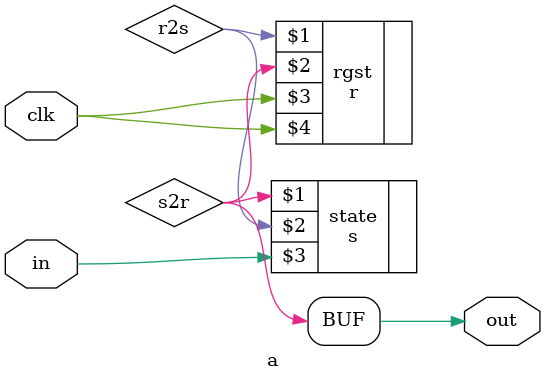
<source format=v>
module a(output out, input in, input clk);
    
    wire r2s;
    wire s2r;


    r #(1) rgst(r2s, s2r, clk, clk);
    s state(s2r, r2s, in);

    assign
        out = s2r;

endmodule
</source>
